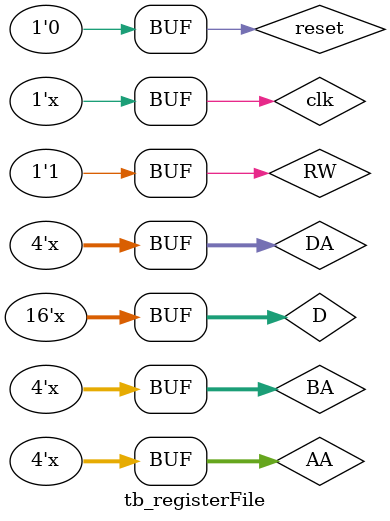
<source format=v>
`timescale 1ns / 1ps


module tb_registerFile;

	// Inputs
	reg clk;
	reg reset;
	reg [3:0] DA;
	reg [15:0] D;
	reg [3:0] AA;
	reg [3:0] BA;
	reg RW;

	// Outputs
	wire [15:0] Aout;
	wire [15:0] Bout;

	// Instantiate the Unit Under Test (UUT)
	registerFile uut (
		.clk(clk), 
		.reset(reset), 
		.DA(DA), 
		.D(D), 
		.AA(AA), 
		.BA(BA), 
		.RW(RW), 
		.Aout(Aout), 
		.Bout(Bout)
	);

	initial begin
		// Initialize Inputs
		clk = 1;
		reset = 1;
		DA = 0;
		D = 2;
		AA = 0;
		BA = 0;
		RW = 1;
		#10;
      reset = 0;
	end
	
	always #10 begin
		AA = AA + 1;
		BA = BA - 1;
		DA = DA + 1;
		D = D + 2;
		clk = ~clk;
	end
      
endmodule


</source>
